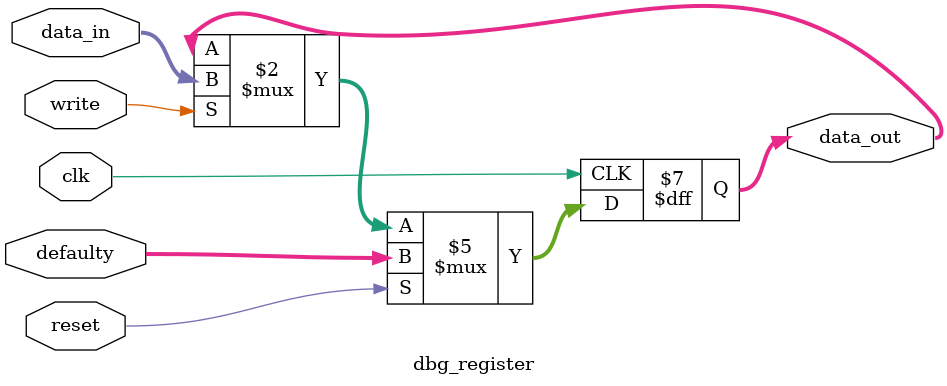
<source format=v>

`include "timescale.v"
// synopsys translate_on

module dbg_register(data_in, data_out, write, clk, reset, defaulty);

parameter WIDTH = 8; // default parameter of the register width

input [WIDTH-1:0] data_in;

input write;
input clk;
input reset;
input [WIDTH-1:0] defaulty;

output [WIDTH-1:0] data_out;
reg    [WIDTH-1:0] data_out;

//always @ (posedge clk or posedge reset)
always @ (posedge clk)
begin
  if(reset)
    data_out[WIDTH-1:0]<=#1 defaulty;
  else
    begin
      if(write)                         // write
        data_out[WIDTH-1:0]<=#1 data_in[WIDTH-1:0];
    end
end


endmodule   // Register


</source>
